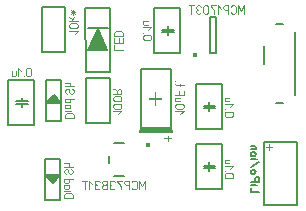
<source format=gbr>
%FSLAX34Y34*%
%MOMM*%
%LNSILK_BOTTOM*%
G71*
G01*
%ADD10C, 0.150*%
%ADD11C, 0.201*%
%ADD12C, 0.089*%
%ADD13C, 0.200*%
%ADD14C, 0.391*%
%ADD15C, 0.127*%
%ADD16C, 0.100*%
%ADD17C, 0.111*%
%LPD*%
G54D10*
X94741Y171847D02*
X94741Y117475D01*
X74103Y117475D01*
X73706Y171847D01*
X94741Y171847D01*
G36*
X76068Y136124D02*
X92043Y136124D01*
X84452Y154330D01*
X76068Y136124D01*
G37*
G54D10*
X76068Y136124D02*
X92043Y136124D01*
X84452Y154330D01*
X76068Y136124D01*
G54D10*
X76068Y154727D02*
X92440Y154727D01*
G54D11*
X97630Y57959D02*
X106216Y57959D01*
G54D11*
X106216Y29511D02*
X97630Y29511D01*
G54D11*
X93820Y41043D02*
X93820Y46402D01*
G54D12*
X101526Y82120D02*
X104192Y84787D01*
X97081Y84787D01*
G54D12*
X102859Y91010D02*
X98414Y91010D01*
X97526Y90477D01*
X97081Y89410D01*
X97081Y88344D01*
X97526Y87277D01*
X98414Y86744D01*
X102859Y86744D01*
X103748Y87277D01*
X104192Y88344D01*
X104192Y89410D01*
X103748Y90477D01*
X102859Y91010D01*
G54D12*
X102859Y97233D02*
X98414Y97233D01*
X97526Y96700D01*
X97081Y95633D01*
X97081Y94566D01*
X97526Y93500D01*
X98414Y92966D01*
X102859Y92966D01*
X103748Y93500D01*
X104192Y94566D01*
X104192Y95633D01*
X103748Y96700D01*
X102859Y97233D01*
G54D12*
X100637Y101323D02*
X99748Y102923D01*
X98859Y103456D01*
X97081Y103456D01*
G54D12*
X97081Y99190D02*
X104192Y99190D01*
X104192Y101856D01*
X103748Y102923D01*
X102859Y103456D01*
X101970Y103456D01*
X101081Y102923D01*
X100637Y101856D01*
X100637Y99190D01*
G54D10*
X74144Y74414D02*
X94144Y74414D01*
X94144Y112414D01*
X74144Y112414D01*
X74144Y74414D01*
G54D13*
X225206Y5359D02*
X253222Y5359D01*
X253222Y58775D01*
X225206Y58775D01*
X225206Y5359D01*
G54D10*
X52734Y76628D02*
X40431Y76628D01*
X40431Y111187D01*
X53131Y111187D01*
X53131Y76628D01*
G36*
X53231Y91678D02*
X53131Y91678D01*
X46831Y97978D01*
X46731Y97978D01*
X40431Y91678D01*
X53231Y91678D01*
G37*
G54D10*
X53231Y91678D02*
X53131Y91678D01*
X46831Y97978D01*
X46731Y97978D01*
X40431Y91678D01*
X53231Y91678D01*
G54D12*
X64566Y150179D02*
X67232Y152845D01*
X60121Y152845D01*
G54D12*
X65899Y159068D02*
X61455Y159068D01*
X60566Y158535D01*
X60121Y157468D01*
X60121Y156402D01*
X60566Y155335D01*
X61455Y154802D01*
X65899Y154802D01*
X66788Y155335D01*
X67232Y156402D01*
X67232Y157468D01*
X66788Y158535D01*
X65899Y159068D01*
G54D12*
X60121Y161025D02*
X67232Y161025D01*
G54D12*
X62788Y162625D02*
X60121Y164225D01*
G54D12*
X61899Y161025D02*
X64121Y164225D01*
G54D12*
X63232Y166181D02*
X63232Y170447D01*
G54D12*
X65010Y168314D02*
X61455Y168314D01*
G54D12*
X64566Y166714D02*
X61899Y169914D01*
G54D12*
X61899Y166714D02*
X64566Y169914D01*
G54D10*
X56832Y172616D02*
X36832Y172616D01*
X36832Y134616D01*
X56832Y134616D01*
X56832Y172616D01*
X166227Y131759D02*
G54D14*
D03*
G54D13*
X183956Y134096D02*
X178952Y134096D01*
X178952Y164093D01*
X183956Y164093D01*
X183956Y134096D01*
X126878Y55946D02*
G54D14*
D03*
G54D10*
X189084Y56729D02*
X167084Y56729D01*
X167084Y18729D01*
X189084Y18729D01*
X189084Y56729D01*
G54D10*
X178778Y41426D02*
X178778Y38585D01*
X173778Y38585D01*
X183778Y38585D01*
G54D10*
X173778Y36585D02*
X183778Y36585D01*
G54D10*
X178778Y36585D02*
X178778Y34141D01*
G54D12*
X105383Y136768D02*
X98272Y136768D01*
X98272Y140501D01*
G54D12*
X98272Y146190D02*
X98272Y142457D01*
X105383Y142457D01*
X105383Y146190D01*
G54D12*
X101828Y142457D02*
X101828Y146190D01*
G54D12*
X98272Y148146D02*
X105383Y148146D01*
X105383Y150813D01*
X104939Y151879D01*
X104050Y152413D01*
X99605Y152413D01*
X98716Y151879D01*
X98272Y150813D01*
X98272Y148146D01*
G54D11*
X241173Y91393D02*
X235179Y91393D01*
G54D11*
X241173Y158398D02*
X235179Y158398D01*
G54D11*
X251181Y151896D02*
X251181Y97895D01*
G54D11*
X225197Y139881D02*
X225197Y124895D01*
G54D10*
X189084Y107529D02*
X167084Y107529D01*
X167084Y69529D01*
X189084Y69529D01*
X189084Y107529D01*
G54D10*
X178778Y92226D02*
X178778Y89385D01*
X173778Y89385D01*
X183778Y89385D01*
G54D10*
X173778Y87385D02*
X183778Y87385D01*
G54D10*
X178778Y87385D02*
X178778Y84941D01*
G54D12*
X197389Y84307D02*
X192944Y84307D01*
X192055Y83774D01*
X191611Y82707D01*
X191611Y81641D01*
X192055Y80574D01*
X192944Y80041D01*
X197389Y80041D01*
X198278Y80574D01*
X198722Y81641D01*
X198722Y82707D01*
X198278Y83774D01*
X197389Y84307D01*
G54D12*
X191611Y86264D02*
X191611Y86264D01*
G54D12*
X196055Y88220D02*
X198722Y90886D01*
X191611Y90886D01*
G54D12*
X195611Y96043D02*
X191611Y96043D01*
G54D12*
X192500Y96043D02*
X191789Y95509D01*
X191611Y94443D01*
X191789Y93376D01*
X192500Y92843D01*
X195611Y92843D01*
G54D10*
X154160Y171823D02*
X132160Y171823D01*
X132160Y133823D01*
X154160Y133823D01*
X154160Y171823D01*
G54D10*
X143853Y156520D02*
X143853Y153679D01*
X138853Y153679D01*
X148853Y153679D01*
G54D10*
X138853Y151679D02*
X148853Y151679D01*
G54D10*
X143853Y151679D02*
X143853Y149235D01*
G54D12*
X128228Y149072D02*
X123784Y149072D01*
X122895Y148539D01*
X122450Y147472D01*
X122450Y146406D01*
X122895Y145339D01*
X123784Y144806D01*
X128228Y144806D01*
X129117Y145339D01*
X129562Y146406D01*
X129562Y147472D01*
X129117Y148539D01*
X128228Y149072D01*
G54D12*
X122450Y151029D02*
X122450Y151029D01*
G54D12*
X126895Y152985D02*
X129562Y155651D01*
X122450Y155651D01*
G54D12*
X126450Y160808D02*
X122450Y160808D01*
G54D12*
X123339Y160808D02*
X122628Y160274D01*
X122450Y159208D01*
X122628Y158141D01*
X123339Y157608D01*
X126450Y157608D01*
G54D15*
X137720Y69048D02*
X119940Y69048D01*
X147245Y69048D01*
G54D16*
X132855Y90157D02*
X132855Y94586D01*
X137855Y94586D01*
X127855Y94586D01*
G54D13*
X120549Y70576D02*
X146549Y70576D01*
X146549Y120576D01*
X120549Y120576D01*
X120549Y70576D01*
G54D15*
X137720Y67460D02*
X119940Y67460D01*
X147245Y67460D01*
G54D15*
X137720Y68254D02*
X119940Y68254D01*
X147245Y68254D01*
G54D15*
X137720Y66666D02*
X119940Y66666D01*
X147245Y66666D01*
G54D12*
X154156Y82104D02*
X156822Y84770D01*
X149711Y84770D01*
G54D12*
X155489Y90993D02*
X151045Y90993D01*
X150156Y90460D01*
X149711Y89393D01*
X149711Y88327D01*
X150156Y87260D01*
X151045Y86727D01*
X155489Y86727D01*
X156378Y87260D01*
X156822Y88327D01*
X156822Y89393D01*
X156378Y90460D01*
X155489Y90993D01*
G54D12*
X153711Y96150D02*
X149711Y96150D01*
G54D12*
X150600Y96150D02*
X149889Y95616D01*
X149711Y94550D01*
X149889Y93483D01*
X150600Y92950D01*
X153711Y92950D01*
G54D12*
X149711Y98106D02*
X156822Y98106D01*
X156822Y101839D01*
G54D12*
X153267Y98106D02*
X153267Y101839D01*
G54D12*
X156822Y106924D02*
X150156Y106924D01*
X149711Y107458D01*
X149889Y107991D01*
G54D12*
X153711Y105858D02*
X153711Y107991D01*
G54D12*
X149711Y109947D02*
X149711Y109947D01*
G54D17*
X140584Y61525D02*
X145917Y61525D01*
G54D17*
X143250Y59303D02*
X143250Y63748D01*
G54D16*
X132855Y100605D02*
X132855Y96177D01*
X127855Y96177D01*
X137855Y96177D01*
G54D12*
X56550Y78741D02*
X63661Y78741D01*
X63661Y81408D01*
X63216Y82474D01*
X62327Y83008D01*
X57883Y83008D01*
X56994Y82474D01*
X56550Y81408D01*
X56550Y78741D01*
G54D12*
X56550Y84964D02*
X60550Y84964D01*
G54D12*
X61883Y84964D02*
X61883Y84964D01*
G54D12*
X57616Y90120D02*
X59394Y90120D01*
X60283Y89587D01*
X60550Y88520D01*
X60283Y87454D01*
X59394Y86920D01*
X57616Y86920D01*
X56727Y87454D01*
X56550Y88520D01*
X56727Y89587D01*
X57616Y90120D01*
G54D12*
X56550Y95276D02*
X63661Y95276D01*
G54D12*
X59394Y95276D02*
X60283Y94743D01*
X60550Y93676D01*
X60283Y92610D01*
X59394Y92076D01*
X57616Y92076D01*
X56727Y92610D01*
X56550Y93676D01*
X56727Y94743D01*
X57616Y95276D01*
G54D12*
X57883Y99295D02*
X56994Y99828D01*
X56550Y100895D01*
X56550Y101962D01*
X56994Y103028D01*
X57883Y103562D01*
X58772Y103562D01*
X59661Y103028D01*
X60105Y101962D01*
X60105Y100895D01*
X60550Y99828D01*
X61438Y99295D01*
X62327Y99295D01*
X63216Y99828D01*
X63661Y100895D01*
X63661Y101962D01*
X63216Y103028D01*
X62327Y103562D01*
G54D12*
X56550Y105518D02*
X63661Y105518D01*
G54D12*
X59394Y105518D02*
X60283Y106052D01*
X60550Y107118D01*
X60283Y108185D01*
X59394Y108718D01*
X56550Y108718D01*
G54D12*
X124351Y18584D02*
X124351Y25695D01*
X121684Y21251D01*
X119017Y25695D01*
X119017Y18584D01*
G54D12*
X112795Y19917D02*
X113328Y19028D01*
X114395Y18584D01*
X115462Y18584D01*
X116528Y19028D01*
X117062Y19917D01*
X117062Y24362D01*
X116528Y25251D01*
X115462Y25695D01*
X114395Y25695D01*
X113328Y25251D01*
X112795Y24362D01*
G54D12*
X110839Y18584D02*
X110839Y25695D01*
X108172Y25695D01*
X107105Y25251D01*
X106572Y24362D01*
X106572Y23473D01*
X107105Y22584D01*
X108172Y22139D01*
X110839Y22139D01*
G54D12*
X104616Y25695D02*
X100349Y25695D01*
X100882Y24806D01*
X101949Y23473D01*
X103016Y21695D01*
X103549Y20362D01*
X103549Y18584D01*
G54D12*
X98393Y24362D02*
X97859Y25251D01*
X96793Y25695D01*
X95726Y25695D01*
X94659Y25251D01*
X94126Y24362D01*
X94126Y23473D01*
X94659Y22584D01*
X95726Y22139D01*
X94659Y21695D01*
X94126Y20806D01*
X94126Y19917D01*
X94659Y19028D01*
X95726Y18584D01*
X96793Y18584D01*
X97859Y19028D01*
X98393Y19917D01*
G54D12*
X89503Y22139D02*
X90570Y22139D01*
X91636Y22584D01*
X92170Y23473D01*
X92170Y24362D01*
X91636Y25251D01*
X90570Y25695D01*
X89503Y25695D01*
X88436Y25251D01*
X87903Y24362D01*
X87903Y23473D01*
X88436Y22584D01*
X89503Y22139D01*
X88436Y21695D01*
X87903Y20806D01*
X87903Y19917D01*
X88436Y19028D01*
X89503Y18584D01*
X90570Y18584D01*
X91636Y19028D01*
X92170Y19917D01*
X92170Y20806D01*
X91636Y21695D01*
X90570Y22139D01*
G54D12*
X85947Y24362D02*
X85413Y25251D01*
X84347Y25695D01*
X83280Y25695D01*
X82213Y25251D01*
X81680Y24362D01*
X81680Y23473D01*
X82213Y22584D01*
X83280Y22139D01*
X82213Y21695D01*
X81680Y20806D01*
X81680Y19917D01*
X82213Y19028D01*
X83280Y18584D01*
X84347Y18584D01*
X85413Y19028D01*
X85947Y19917D01*
G54D12*
X79724Y23028D02*
X77057Y25695D01*
X77057Y18584D01*
G54D12*
X72967Y18584D02*
X72967Y25695D01*
G54D12*
X75101Y25695D02*
X70834Y25695D01*
G54D12*
X208327Y167036D02*
X208327Y174147D01*
X205661Y169703D01*
X202994Y174147D01*
X202994Y167036D01*
G54D12*
X196772Y168369D02*
X197305Y167480D01*
X198372Y167036D01*
X199438Y167036D01*
X200505Y167480D01*
X201038Y168369D01*
X201038Y172814D01*
X200505Y173703D01*
X199438Y174147D01*
X198372Y174147D01*
X197305Y173703D01*
X196772Y172814D01*
G54D12*
X194815Y167036D02*
X194815Y174147D01*
X192149Y174147D01*
X191082Y173703D01*
X190549Y172814D01*
X190549Y171925D01*
X191082Y171036D01*
X192149Y170592D01*
X194815Y170592D01*
G54D12*
X188592Y171480D02*
X185926Y174147D01*
X185926Y167036D01*
G54D12*
X183969Y174147D02*
X179703Y174147D01*
X180236Y173258D01*
X181303Y171925D01*
X182369Y170147D01*
X182903Y168814D01*
X182903Y167036D01*
G54D12*
X173480Y172814D02*
X173480Y168369D01*
X174013Y167480D01*
X175080Y167036D01*
X176146Y167036D01*
X177213Y167480D01*
X177746Y168369D01*
X177746Y172814D01*
X177213Y173703D01*
X176146Y174147D01*
X175080Y174147D01*
X174013Y173703D01*
X173480Y172814D01*
G54D12*
X171523Y172814D02*
X170990Y173703D01*
X169923Y174147D01*
X168857Y174147D01*
X167790Y173703D01*
X167257Y172814D01*
X167257Y171925D01*
X167790Y171036D01*
X168857Y170592D01*
X167790Y170147D01*
X167257Y169258D01*
X167257Y168369D01*
X167790Y167480D01*
X168857Y167036D01*
X169923Y167036D01*
X170990Y167480D01*
X171523Y168369D01*
G54D12*
X163167Y167036D02*
X163167Y174147D01*
G54D12*
X165300Y174147D02*
X161034Y174147D01*
G54D12*
X197388Y31920D02*
X192944Y31920D01*
X192055Y31386D01*
X191611Y30320D01*
X191611Y29253D01*
X192055Y28186D01*
X192944Y27653D01*
X197388Y27653D01*
X198277Y28186D01*
X198722Y29253D01*
X198722Y30320D01*
X198277Y31386D01*
X197388Y31920D01*
G54D12*
X191611Y33876D02*
X191611Y33876D01*
G54D12*
X196055Y35832D02*
X198722Y38498D01*
X191611Y38498D01*
G54D12*
X195611Y43655D02*
X191611Y43655D01*
G54D12*
X192500Y43655D02*
X191788Y43122D01*
X191611Y42055D01*
X191788Y40988D01*
X192500Y40455D01*
X195611Y40455D01*
G54D15*
X220947Y16144D02*
X213836Y16144D01*
X213836Y19877D01*
G54D15*
X213836Y22366D02*
X217836Y22366D01*
G54D15*
X219169Y22366D02*
X219169Y22366D01*
G54D15*
X213836Y24855D02*
X220947Y24855D01*
X220947Y27522D01*
X220503Y28588D01*
X219614Y29122D01*
X218725Y29122D01*
X217836Y28588D01*
X217391Y27522D01*
X217391Y24855D01*
G54D15*
X214903Y34811D02*
X216680Y34811D01*
X217569Y34278D01*
X217836Y33211D01*
X217569Y32144D01*
X216680Y31611D01*
X214903Y31611D01*
X214014Y32144D01*
X213836Y33211D01*
X214014Y34278D01*
X214903Y34811D01*
G54D15*
X213836Y37300D02*
X220947Y41567D01*
G54D15*
X213836Y44056D02*
X217836Y44056D01*
G54D15*
X219169Y44056D02*
X219169Y44056D01*
G54D15*
X214903Y49745D02*
X216680Y49745D01*
X217569Y49212D01*
X217836Y48145D01*
X217569Y47078D01*
X216680Y46545D01*
X214903Y46545D01*
X214014Y47078D01*
X213836Y48145D01*
X214014Y49212D01*
X214903Y49745D01*
G54D15*
X213836Y52234D02*
X217836Y52234D01*
G54D15*
X216947Y52234D02*
X217569Y52767D01*
X217836Y53834D01*
X217569Y54900D01*
X216947Y55434D01*
X213836Y55434D01*
G54D10*
X30334Y111101D02*
X8334Y111101D01*
X8334Y73101D01*
X30334Y73101D01*
X30334Y111101D01*
G54D10*
X20028Y95798D02*
X20028Y92958D01*
X15028Y92958D01*
X25028Y92958D01*
G54D10*
X15028Y90958D02*
X25028Y90958D01*
G54D10*
X20028Y90958D02*
X20028Y88514D01*
G54D12*
X23377Y120104D02*
X23377Y115660D01*
X23911Y114771D01*
X24977Y114327D01*
X26044Y114327D01*
X27111Y114771D01*
X27644Y115660D01*
X27644Y120104D01*
X27111Y120993D01*
X26044Y121438D01*
X24977Y121438D01*
X23911Y120993D01*
X23377Y120104D01*
G54D12*
X21421Y114327D02*
X21421Y114327D01*
G54D12*
X19465Y118771D02*
X16798Y121438D01*
X16798Y114327D01*
G54D12*
X11642Y118327D02*
X11642Y114327D01*
G54D12*
X11642Y115216D02*
X12175Y114504D01*
X13242Y114327D01*
X14309Y114504D01*
X14842Y115216D01*
X14842Y118327D01*
G54D17*
X226706Y54382D02*
X232039Y54382D01*
G54D17*
X229372Y52159D02*
X229372Y56604D01*
G54D10*
X51940Y9556D02*
X39637Y9556D01*
X39637Y44115D01*
X52337Y44115D01*
X52337Y9556D01*
G36*
X39563Y30509D02*
X39663Y30509D01*
X45963Y24209D01*
X46063Y24209D01*
X52363Y30509D01*
X39563Y30509D01*
G37*
G54D10*
X39563Y30509D02*
X39663Y30509D01*
X45963Y24209D01*
X46063Y24209D01*
X52363Y30509D01*
X39563Y30509D01*
G54D12*
X55756Y10876D02*
X62867Y10876D01*
X62867Y13542D01*
X62422Y14609D01*
X61534Y15142D01*
X57089Y15142D01*
X56200Y14609D01*
X55756Y13542D01*
X55756Y10876D01*
G54D12*
X55756Y17099D02*
X59756Y17099D01*
G54D12*
X61089Y17099D02*
X61089Y17099D01*
G54D12*
X56822Y22255D02*
X58600Y22255D01*
X59489Y21721D01*
X59756Y20655D01*
X59489Y19588D01*
X58600Y19055D01*
X56822Y19055D01*
X55934Y19588D01*
X55756Y20655D01*
X55934Y21721D01*
X56822Y22255D01*
G54D12*
X55756Y27411D02*
X62867Y27411D01*
G54D12*
X58600Y27411D02*
X59489Y26877D01*
X59756Y25811D01*
X59489Y24744D01*
X58600Y24211D01*
X56822Y24211D01*
X55934Y24744D01*
X55756Y25811D01*
X55934Y26877D01*
X56822Y27411D01*
G54D12*
X57089Y31430D02*
X56200Y31963D01*
X55756Y33030D01*
X55756Y34096D01*
X56200Y35163D01*
X57089Y35696D01*
X57978Y35696D01*
X58867Y35163D01*
X59311Y34096D01*
X59311Y33030D01*
X59756Y31963D01*
X60645Y31430D01*
X61534Y31430D01*
X62422Y31963D01*
X62867Y33030D01*
X62867Y34096D01*
X62422Y35163D01*
X61534Y35696D01*
G54D12*
X55756Y37653D02*
X62867Y37653D01*
G54D12*
X58600Y37653D02*
X59489Y38186D01*
X59756Y39253D01*
X59489Y40319D01*
X58600Y40853D01*
X55756Y40853D01*
M02*

</source>
